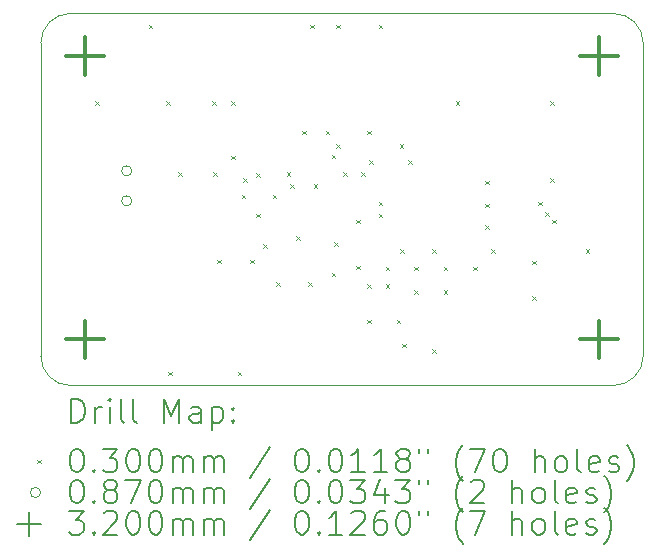
<source format=gbr>
%TF.GenerationSoftware,KiCad,Pcbnew,8.0.6*%
%TF.CreationDate,2025-01-26T18:36:17-05:00*%
%TF.ProjectId,Mic_Board_Omni_NEW,4d69635f-426f-4617-9264-5f4f6d6e695f,rev?*%
%TF.SameCoordinates,Original*%
%TF.FileFunction,Drillmap*%
%TF.FilePolarity,Positive*%
%FSLAX45Y45*%
G04 Gerber Fmt 4.5, Leading zero omitted, Abs format (unit mm)*
G04 Created by KiCad (PCBNEW 8.0.6) date 2025-01-26 18:36:17*
%MOMM*%
%LPD*%
G01*
G04 APERTURE LIST*
%ADD10C,0.050000*%
%ADD11C,0.200000*%
%ADD12C,0.100000*%
%ADD13C,0.320000*%
G04 APERTURE END LIST*
D10*
X17923050Y-9490000D02*
X17923050Y-6840000D01*
X17923050Y-9490000D02*
G75*
G02*
X17673050Y-9740000I-250000J0D01*
G01*
X13073050Y-9740000D02*
X17673050Y-9740000D01*
X13073050Y-9740000D02*
G75*
G02*
X12823050Y-9490000I0J250000D01*
G01*
X17673050Y-6590000D02*
G75*
G02*
X17923050Y-6840000I0J-250000D01*
G01*
X12823050Y-6840000D02*
G75*
G02*
X13073050Y-6590000I250000J0D01*
G01*
X17673050Y-6590000D02*
X13073050Y-6590000D01*
X12823050Y-6840000D02*
X12823050Y-9490000D01*
D11*
D12*
X13285000Y-7335000D02*
X13315000Y-7365000D01*
X13315000Y-7335000D02*
X13285000Y-7365000D01*
X13735000Y-6685000D02*
X13765000Y-6715000D01*
X13765000Y-6685000D02*
X13735000Y-6715000D01*
X13885000Y-7335000D02*
X13915000Y-7365000D01*
X13915000Y-7335000D02*
X13885000Y-7365000D01*
X13903050Y-9625000D02*
X13933050Y-9655000D01*
X13933050Y-9625000D02*
X13903050Y-9655000D01*
X13985000Y-7935000D02*
X14015000Y-7965000D01*
X14015000Y-7935000D02*
X13985000Y-7965000D01*
X14275000Y-7335000D02*
X14305000Y-7365000D01*
X14305000Y-7335000D02*
X14275000Y-7365000D01*
X14285000Y-7935000D02*
X14315000Y-7965000D01*
X14315000Y-7935000D02*
X14285000Y-7965000D01*
X14315000Y-8675000D02*
X14345000Y-8705000D01*
X14345000Y-8675000D02*
X14315000Y-8705000D01*
X14435000Y-7335000D02*
X14465000Y-7365000D01*
X14465000Y-7335000D02*
X14435000Y-7365000D01*
X14435000Y-7795000D02*
X14465000Y-7825000D01*
X14465000Y-7795000D02*
X14435000Y-7825000D01*
X14490550Y-9625000D02*
X14520550Y-9655000D01*
X14520550Y-9625000D02*
X14490550Y-9655000D01*
X14525000Y-8125000D02*
X14555000Y-8155000D01*
X14555000Y-8125000D02*
X14525000Y-8155000D01*
X14535000Y-7985000D02*
X14565000Y-8015000D01*
X14565000Y-7985000D02*
X14535000Y-8015000D01*
X14595000Y-8675000D02*
X14625000Y-8705000D01*
X14625000Y-8675000D02*
X14595000Y-8705000D01*
X14645000Y-7945000D02*
X14675000Y-7975000D01*
X14675000Y-7945000D02*
X14645000Y-7975000D01*
X14645000Y-8285000D02*
X14675000Y-8315000D01*
X14675000Y-8285000D02*
X14645000Y-8315000D01*
X14705000Y-8545000D02*
X14735000Y-8575000D01*
X14735000Y-8545000D02*
X14705000Y-8575000D01*
X14785000Y-8125000D02*
X14815000Y-8155000D01*
X14815000Y-8125000D02*
X14785000Y-8155000D01*
X14815000Y-8865000D02*
X14845000Y-8895000D01*
X14845000Y-8865000D02*
X14815000Y-8895000D01*
X14905000Y-7935000D02*
X14935000Y-7965000D01*
X14935000Y-7935000D02*
X14905000Y-7965000D01*
X14935000Y-8035000D02*
X14965000Y-8065000D01*
X14965000Y-8035000D02*
X14935000Y-8065000D01*
X14985000Y-8475000D02*
X15015000Y-8505000D01*
X15015000Y-8475000D02*
X14985000Y-8505000D01*
X15035000Y-7585000D02*
X15065000Y-7615000D01*
X15065000Y-7585000D02*
X15035000Y-7615000D01*
X15085000Y-8865000D02*
X15115000Y-8895000D01*
X15115000Y-8865000D02*
X15085000Y-8895000D01*
X15105000Y-6685000D02*
X15135000Y-6715000D01*
X15135000Y-6685000D02*
X15105000Y-6715000D01*
X15135000Y-8035000D02*
X15165000Y-8065000D01*
X15165000Y-8035000D02*
X15135000Y-8065000D01*
X15235000Y-7585000D02*
X15265000Y-7615000D01*
X15265000Y-7585000D02*
X15235000Y-7615000D01*
X15285000Y-7785000D02*
X15315000Y-7815000D01*
X15315000Y-7785000D02*
X15285000Y-7815000D01*
X15285000Y-8785000D02*
X15315000Y-8815000D01*
X15315000Y-8785000D02*
X15285000Y-8815000D01*
X15308050Y-8528050D02*
X15338050Y-8558050D01*
X15338050Y-8528050D02*
X15308050Y-8558050D01*
X15325000Y-6685000D02*
X15355000Y-6715000D01*
X15355000Y-6685000D02*
X15325000Y-6715000D01*
X15325000Y-7697225D02*
X15355000Y-7727225D01*
X15355000Y-7697225D02*
X15325000Y-7727225D01*
X15385000Y-7935000D02*
X15415000Y-7965000D01*
X15415000Y-7935000D02*
X15385000Y-7965000D01*
X15495000Y-8335000D02*
X15525000Y-8365000D01*
X15525000Y-8335000D02*
X15495000Y-8365000D01*
X15495000Y-8725000D02*
X15525000Y-8755000D01*
X15525000Y-8725000D02*
X15495000Y-8755000D01*
X15535000Y-7935000D02*
X15565000Y-7965000D01*
X15565000Y-7935000D02*
X15535000Y-7965000D01*
X15585000Y-7585000D02*
X15615000Y-7615000D01*
X15615000Y-7585000D02*
X15585000Y-7615000D01*
X15585000Y-8885000D02*
X15615000Y-8915000D01*
X15615000Y-8885000D02*
X15585000Y-8915000D01*
X15585000Y-9185000D02*
X15615000Y-9215000D01*
X15615000Y-9185000D02*
X15585000Y-9215000D01*
X15605000Y-7835000D02*
X15635000Y-7865000D01*
X15635000Y-7835000D02*
X15605000Y-7865000D01*
X15685000Y-6685000D02*
X15715000Y-6715000D01*
X15715000Y-6685000D02*
X15685000Y-6715000D01*
X15685000Y-8185000D02*
X15715000Y-8215000D01*
X15715000Y-8185000D02*
X15685000Y-8215000D01*
X15685000Y-8285000D02*
X15715000Y-8315000D01*
X15715000Y-8285000D02*
X15685000Y-8315000D01*
X15745000Y-8735000D02*
X15775000Y-8765000D01*
X15775000Y-8735000D02*
X15745000Y-8765000D01*
X15745000Y-8885000D02*
X15775000Y-8915000D01*
X15775000Y-8885000D02*
X15745000Y-8915000D01*
X15835000Y-9185000D02*
X15865000Y-9215000D01*
X15865000Y-9185000D02*
X15835000Y-9215000D01*
X15862775Y-7697225D02*
X15892775Y-7727225D01*
X15892775Y-7697225D02*
X15862775Y-7727225D01*
X15865000Y-8585000D02*
X15895000Y-8615000D01*
X15895000Y-8585000D02*
X15865000Y-8615000D01*
X15885000Y-9385000D02*
X15915000Y-9415000D01*
X15915000Y-9385000D02*
X15885000Y-9415000D01*
X15935000Y-7835000D02*
X15965000Y-7865000D01*
X15965000Y-7835000D02*
X15935000Y-7865000D01*
X15985000Y-8735000D02*
X16015000Y-8765000D01*
X16015000Y-8735000D02*
X15985000Y-8765000D01*
X15985000Y-8935000D02*
X16015000Y-8965000D01*
X16015000Y-8935000D02*
X15985000Y-8965000D01*
X16135000Y-8585000D02*
X16165000Y-8615000D01*
X16165000Y-8585000D02*
X16135000Y-8615000D01*
X16135000Y-9435000D02*
X16165000Y-9465000D01*
X16165000Y-9435000D02*
X16135000Y-9465000D01*
X16235000Y-8735000D02*
X16265000Y-8765000D01*
X16265000Y-8735000D02*
X16235000Y-8765000D01*
X16235000Y-8935000D02*
X16265000Y-8965000D01*
X16265000Y-8935000D02*
X16235000Y-8965000D01*
X16335000Y-7335000D02*
X16365000Y-7365000D01*
X16365000Y-7335000D02*
X16335000Y-7365000D01*
X16485000Y-8735000D02*
X16515000Y-8765000D01*
X16515000Y-8735000D02*
X16485000Y-8765000D01*
X16585000Y-8007500D02*
X16615000Y-8037500D01*
X16615000Y-8007500D02*
X16585000Y-8037500D01*
X16585000Y-8202500D02*
X16615000Y-8232500D01*
X16615000Y-8202500D02*
X16585000Y-8232500D01*
X16585000Y-8385000D02*
X16615000Y-8415000D01*
X16615000Y-8385000D02*
X16585000Y-8415000D01*
X16635000Y-8585000D02*
X16665000Y-8615000D01*
X16665000Y-8585000D02*
X16635000Y-8615000D01*
X16985000Y-8685000D02*
X17015000Y-8715000D01*
X17015000Y-8685000D02*
X16985000Y-8715000D01*
X16985000Y-8985000D02*
X17015000Y-9015000D01*
X17015000Y-8985000D02*
X16985000Y-9015000D01*
X17035000Y-8185000D02*
X17065000Y-8215000D01*
X17065000Y-8185000D02*
X17035000Y-8215000D01*
X17095000Y-8275073D02*
X17125000Y-8305073D01*
X17125000Y-8275073D02*
X17095000Y-8305073D01*
X17135000Y-7335000D02*
X17165000Y-7365000D01*
X17165000Y-7335000D02*
X17135000Y-7365000D01*
X17135000Y-7985000D02*
X17165000Y-8015000D01*
X17165000Y-7985000D02*
X17135000Y-8015000D01*
X17154926Y-8335073D02*
X17184926Y-8365073D01*
X17184926Y-8335073D02*
X17154926Y-8365073D01*
X17435000Y-8585000D02*
X17465000Y-8615000D01*
X17465000Y-8585000D02*
X17435000Y-8615000D01*
X13593500Y-7923000D02*
G75*
G02*
X13506500Y-7923000I-43500J0D01*
G01*
X13506500Y-7923000D02*
G75*
G02*
X13593500Y-7923000I43500J0D01*
G01*
X13593500Y-8177000D02*
G75*
G02*
X13506500Y-8177000I-43500J0D01*
G01*
X13506500Y-8177000D02*
G75*
G02*
X13593500Y-8177000I43500J0D01*
G01*
D13*
X13200000Y-6790000D02*
X13200000Y-7110000D01*
X13040000Y-6950000D02*
X13360000Y-6950000D01*
X13200000Y-6790000D02*
X13200000Y-7110000D01*
X13040000Y-6950000D02*
X13360000Y-6950000D01*
X13200000Y-9190000D02*
X13200000Y-9510000D01*
X13040000Y-9350000D02*
X13360000Y-9350000D01*
X13200000Y-9190000D02*
X13200000Y-9510000D01*
X13040000Y-9350000D02*
X13360000Y-9350000D01*
X17550000Y-6790000D02*
X17550000Y-7110000D01*
X17390000Y-6950000D02*
X17710000Y-6950000D01*
X17550000Y-9190000D02*
X17550000Y-9510000D01*
X17390000Y-9350000D02*
X17710000Y-9350000D01*
X17550000Y-9190000D02*
X17550000Y-9510000D01*
X17390000Y-9350000D02*
X17710000Y-9350000D01*
D11*
X13081327Y-10053984D02*
X13081327Y-9853984D01*
X13081327Y-9853984D02*
X13128946Y-9853984D01*
X13128946Y-9853984D02*
X13157517Y-9863508D01*
X13157517Y-9863508D02*
X13176565Y-9882555D01*
X13176565Y-9882555D02*
X13186089Y-9901603D01*
X13186089Y-9901603D02*
X13195612Y-9939698D01*
X13195612Y-9939698D02*
X13195612Y-9968270D01*
X13195612Y-9968270D02*
X13186089Y-10006365D01*
X13186089Y-10006365D02*
X13176565Y-10025413D01*
X13176565Y-10025413D02*
X13157517Y-10044460D01*
X13157517Y-10044460D02*
X13128946Y-10053984D01*
X13128946Y-10053984D02*
X13081327Y-10053984D01*
X13281327Y-10053984D02*
X13281327Y-9920651D01*
X13281327Y-9958746D02*
X13290851Y-9939698D01*
X13290851Y-9939698D02*
X13300374Y-9930174D01*
X13300374Y-9930174D02*
X13319422Y-9920651D01*
X13319422Y-9920651D02*
X13338470Y-9920651D01*
X13405136Y-10053984D02*
X13405136Y-9920651D01*
X13405136Y-9853984D02*
X13395612Y-9863508D01*
X13395612Y-9863508D02*
X13405136Y-9873032D01*
X13405136Y-9873032D02*
X13414660Y-9863508D01*
X13414660Y-9863508D02*
X13405136Y-9853984D01*
X13405136Y-9853984D02*
X13405136Y-9873032D01*
X13528946Y-10053984D02*
X13509898Y-10044460D01*
X13509898Y-10044460D02*
X13500374Y-10025413D01*
X13500374Y-10025413D02*
X13500374Y-9853984D01*
X13633708Y-10053984D02*
X13614660Y-10044460D01*
X13614660Y-10044460D02*
X13605136Y-10025413D01*
X13605136Y-10025413D02*
X13605136Y-9853984D01*
X13862279Y-10053984D02*
X13862279Y-9853984D01*
X13862279Y-9853984D02*
X13928946Y-9996841D01*
X13928946Y-9996841D02*
X13995612Y-9853984D01*
X13995612Y-9853984D02*
X13995612Y-10053984D01*
X14176565Y-10053984D02*
X14176565Y-9949222D01*
X14176565Y-9949222D02*
X14167041Y-9930174D01*
X14167041Y-9930174D02*
X14147993Y-9920651D01*
X14147993Y-9920651D02*
X14109898Y-9920651D01*
X14109898Y-9920651D02*
X14090851Y-9930174D01*
X14176565Y-10044460D02*
X14157517Y-10053984D01*
X14157517Y-10053984D02*
X14109898Y-10053984D01*
X14109898Y-10053984D02*
X14090851Y-10044460D01*
X14090851Y-10044460D02*
X14081327Y-10025413D01*
X14081327Y-10025413D02*
X14081327Y-10006365D01*
X14081327Y-10006365D02*
X14090851Y-9987317D01*
X14090851Y-9987317D02*
X14109898Y-9977794D01*
X14109898Y-9977794D02*
X14157517Y-9977794D01*
X14157517Y-9977794D02*
X14176565Y-9968270D01*
X14271803Y-9920651D02*
X14271803Y-10120651D01*
X14271803Y-9930174D02*
X14290851Y-9920651D01*
X14290851Y-9920651D02*
X14328946Y-9920651D01*
X14328946Y-9920651D02*
X14347993Y-9930174D01*
X14347993Y-9930174D02*
X14357517Y-9939698D01*
X14357517Y-9939698D02*
X14367041Y-9958746D01*
X14367041Y-9958746D02*
X14367041Y-10015889D01*
X14367041Y-10015889D02*
X14357517Y-10034936D01*
X14357517Y-10034936D02*
X14347993Y-10044460D01*
X14347993Y-10044460D02*
X14328946Y-10053984D01*
X14328946Y-10053984D02*
X14290851Y-10053984D01*
X14290851Y-10053984D02*
X14271803Y-10044460D01*
X14452755Y-10034936D02*
X14462279Y-10044460D01*
X14462279Y-10044460D02*
X14452755Y-10053984D01*
X14452755Y-10053984D02*
X14443232Y-10044460D01*
X14443232Y-10044460D02*
X14452755Y-10034936D01*
X14452755Y-10034936D02*
X14452755Y-10053984D01*
X14452755Y-9930174D02*
X14462279Y-9939698D01*
X14462279Y-9939698D02*
X14452755Y-9949222D01*
X14452755Y-9949222D02*
X14443232Y-9939698D01*
X14443232Y-9939698D02*
X14452755Y-9930174D01*
X14452755Y-9930174D02*
X14452755Y-9949222D01*
D12*
X12790550Y-10367500D02*
X12820550Y-10397500D01*
X12820550Y-10367500D02*
X12790550Y-10397500D01*
D11*
X13119422Y-10273984D02*
X13138470Y-10273984D01*
X13138470Y-10273984D02*
X13157517Y-10283508D01*
X13157517Y-10283508D02*
X13167041Y-10293032D01*
X13167041Y-10293032D02*
X13176565Y-10312079D01*
X13176565Y-10312079D02*
X13186089Y-10350174D01*
X13186089Y-10350174D02*
X13186089Y-10397794D01*
X13186089Y-10397794D02*
X13176565Y-10435889D01*
X13176565Y-10435889D02*
X13167041Y-10454936D01*
X13167041Y-10454936D02*
X13157517Y-10464460D01*
X13157517Y-10464460D02*
X13138470Y-10473984D01*
X13138470Y-10473984D02*
X13119422Y-10473984D01*
X13119422Y-10473984D02*
X13100374Y-10464460D01*
X13100374Y-10464460D02*
X13090851Y-10454936D01*
X13090851Y-10454936D02*
X13081327Y-10435889D01*
X13081327Y-10435889D02*
X13071803Y-10397794D01*
X13071803Y-10397794D02*
X13071803Y-10350174D01*
X13071803Y-10350174D02*
X13081327Y-10312079D01*
X13081327Y-10312079D02*
X13090851Y-10293032D01*
X13090851Y-10293032D02*
X13100374Y-10283508D01*
X13100374Y-10283508D02*
X13119422Y-10273984D01*
X13271803Y-10454936D02*
X13281327Y-10464460D01*
X13281327Y-10464460D02*
X13271803Y-10473984D01*
X13271803Y-10473984D02*
X13262279Y-10464460D01*
X13262279Y-10464460D02*
X13271803Y-10454936D01*
X13271803Y-10454936D02*
X13271803Y-10473984D01*
X13347993Y-10273984D02*
X13471803Y-10273984D01*
X13471803Y-10273984D02*
X13405136Y-10350174D01*
X13405136Y-10350174D02*
X13433708Y-10350174D01*
X13433708Y-10350174D02*
X13452755Y-10359698D01*
X13452755Y-10359698D02*
X13462279Y-10369222D01*
X13462279Y-10369222D02*
X13471803Y-10388270D01*
X13471803Y-10388270D02*
X13471803Y-10435889D01*
X13471803Y-10435889D02*
X13462279Y-10454936D01*
X13462279Y-10454936D02*
X13452755Y-10464460D01*
X13452755Y-10464460D02*
X13433708Y-10473984D01*
X13433708Y-10473984D02*
X13376565Y-10473984D01*
X13376565Y-10473984D02*
X13357517Y-10464460D01*
X13357517Y-10464460D02*
X13347993Y-10454936D01*
X13595612Y-10273984D02*
X13614660Y-10273984D01*
X13614660Y-10273984D02*
X13633708Y-10283508D01*
X13633708Y-10283508D02*
X13643232Y-10293032D01*
X13643232Y-10293032D02*
X13652755Y-10312079D01*
X13652755Y-10312079D02*
X13662279Y-10350174D01*
X13662279Y-10350174D02*
X13662279Y-10397794D01*
X13662279Y-10397794D02*
X13652755Y-10435889D01*
X13652755Y-10435889D02*
X13643232Y-10454936D01*
X13643232Y-10454936D02*
X13633708Y-10464460D01*
X13633708Y-10464460D02*
X13614660Y-10473984D01*
X13614660Y-10473984D02*
X13595612Y-10473984D01*
X13595612Y-10473984D02*
X13576565Y-10464460D01*
X13576565Y-10464460D02*
X13567041Y-10454936D01*
X13567041Y-10454936D02*
X13557517Y-10435889D01*
X13557517Y-10435889D02*
X13547993Y-10397794D01*
X13547993Y-10397794D02*
X13547993Y-10350174D01*
X13547993Y-10350174D02*
X13557517Y-10312079D01*
X13557517Y-10312079D02*
X13567041Y-10293032D01*
X13567041Y-10293032D02*
X13576565Y-10283508D01*
X13576565Y-10283508D02*
X13595612Y-10273984D01*
X13786089Y-10273984D02*
X13805136Y-10273984D01*
X13805136Y-10273984D02*
X13824184Y-10283508D01*
X13824184Y-10283508D02*
X13833708Y-10293032D01*
X13833708Y-10293032D02*
X13843232Y-10312079D01*
X13843232Y-10312079D02*
X13852755Y-10350174D01*
X13852755Y-10350174D02*
X13852755Y-10397794D01*
X13852755Y-10397794D02*
X13843232Y-10435889D01*
X13843232Y-10435889D02*
X13833708Y-10454936D01*
X13833708Y-10454936D02*
X13824184Y-10464460D01*
X13824184Y-10464460D02*
X13805136Y-10473984D01*
X13805136Y-10473984D02*
X13786089Y-10473984D01*
X13786089Y-10473984D02*
X13767041Y-10464460D01*
X13767041Y-10464460D02*
X13757517Y-10454936D01*
X13757517Y-10454936D02*
X13747993Y-10435889D01*
X13747993Y-10435889D02*
X13738470Y-10397794D01*
X13738470Y-10397794D02*
X13738470Y-10350174D01*
X13738470Y-10350174D02*
X13747993Y-10312079D01*
X13747993Y-10312079D02*
X13757517Y-10293032D01*
X13757517Y-10293032D02*
X13767041Y-10283508D01*
X13767041Y-10283508D02*
X13786089Y-10273984D01*
X13938470Y-10473984D02*
X13938470Y-10340651D01*
X13938470Y-10359698D02*
X13947993Y-10350174D01*
X13947993Y-10350174D02*
X13967041Y-10340651D01*
X13967041Y-10340651D02*
X13995613Y-10340651D01*
X13995613Y-10340651D02*
X14014660Y-10350174D01*
X14014660Y-10350174D02*
X14024184Y-10369222D01*
X14024184Y-10369222D02*
X14024184Y-10473984D01*
X14024184Y-10369222D02*
X14033708Y-10350174D01*
X14033708Y-10350174D02*
X14052755Y-10340651D01*
X14052755Y-10340651D02*
X14081327Y-10340651D01*
X14081327Y-10340651D02*
X14100374Y-10350174D01*
X14100374Y-10350174D02*
X14109898Y-10369222D01*
X14109898Y-10369222D02*
X14109898Y-10473984D01*
X14205136Y-10473984D02*
X14205136Y-10340651D01*
X14205136Y-10359698D02*
X14214660Y-10350174D01*
X14214660Y-10350174D02*
X14233708Y-10340651D01*
X14233708Y-10340651D02*
X14262279Y-10340651D01*
X14262279Y-10340651D02*
X14281327Y-10350174D01*
X14281327Y-10350174D02*
X14290851Y-10369222D01*
X14290851Y-10369222D02*
X14290851Y-10473984D01*
X14290851Y-10369222D02*
X14300374Y-10350174D01*
X14300374Y-10350174D02*
X14319422Y-10340651D01*
X14319422Y-10340651D02*
X14347993Y-10340651D01*
X14347993Y-10340651D02*
X14367041Y-10350174D01*
X14367041Y-10350174D02*
X14376565Y-10369222D01*
X14376565Y-10369222D02*
X14376565Y-10473984D01*
X14767041Y-10264460D02*
X14595613Y-10521603D01*
X15024184Y-10273984D02*
X15043232Y-10273984D01*
X15043232Y-10273984D02*
X15062279Y-10283508D01*
X15062279Y-10283508D02*
X15071803Y-10293032D01*
X15071803Y-10293032D02*
X15081327Y-10312079D01*
X15081327Y-10312079D02*
X15090851Y-10350174D01*
X15090851Y-10350174D02*
X15090851Y-10397794D01*
X15090851Y-10397794D02*
X15081327Y-10435889D01*
X15081327Y-10435889D02*
X15071803Y-10454936D01*
X15071803Y-10454936D02*
X15062279Y-10464460D01*
X15062279Y-10464460D02*
X15043232Y-10473984D01*
X15043232Y-10473984D02*
X15024184Y-10473984D01*
X15024184Y-10473984D02*
X15005136Y-10464460D01*
X15005136Y-10464460D02*
X14995613Y-10454936D01*
X14995613Y-10454936D02*
X14986089Y-10435889D01*
X14986089Y-10435889D02*
X14976565Y-10397794D01*
X14976565Y-10397794D02*
X14976565Y-10350174D01*
X14976565Y-10350174D02*
X14986089Y-10312079D01*
X14986089Y-10312079D02*
X14995613Y-10293032D01*
X14995613Y-10293032D02*
X15005136Y-10283508D01*
X15005136Y-10283508D02*
X15024184Y-10273984D01*
X15176565Y-10454936D02*
X15186089Y-10464460D01*
X15186089Y-10464460D02*
X15176565Y-10473984D01*
X15176565Y-10473984D02*
X15167041Y-10464460D01*
X15167041Y-10464460D02*
X15176565Y-10454936D01*
X15176565Y-10454936D02*
X15176565Y-10473984D01*
X15309898Y-10273984D02*
X15328946Y-10273984D01*
X15328946Y-10273984D02*
X15347994Y-10283508D01*
X15347994Y-10283508D02*
X15357517Y-10293032D01*
X15357517Y-10293032D02*
X15367041Y-10312079D01*
X15367041Y-10312079D02*
X15376565Y-10350174D01*
X15376565Y-10350174D02*
X15376565Y-10397794D01*
X15376565Y-10397794D02*
X15367041Y-10435889D01*
X15367041Y-10435889D02*
X15357517Y-10454936D01*
X15357517Y-10454936D02*
X15347994Y-10464460D01*
X15347994Y-10464460D02*
X15328946Y-10473984D01*
X15328946Y-10473984D02*
X15309898Y-10473984D01*
X15309898Y-10473984D02*
X15290851Y-10464460D01*
X15290851Y-10464460D02*
X15281327Y-10454936D01*
X15281327Y-10454936D02*
X15271803Y-10435889D01*
X15271803Y-10435889D02*
X15262279Y-10397794D01*
X15262279Y-10397794D02*
X15262279Y-10350174D01*
X15262279Y-10350174D02*
X15271803Y-10312079D01*
X15271803Y-10312079D02*
X15281327Y-10293032D01*
X15281327Y-10293032D02*
X15290851Y-10283508D01*
X15290851Y-10283508D02*
X15309898Y-10273984D01*
X15567041Y-10473984D02*
X15452756Y-10473984D01*
X15509898Y-10473984D02*
X15509898Y-10273984D01*
X15509898Y-10273984D02*
X15490851Y-10302555D01*
X15490851Y-10302555D02*
X15471803Y-10321603D01*
X15471803Y-10321603D02*
X15452756Y-10331127D01*
X15757517Y-10473984D02*
X15643232Y-10473984D01*
X15700375Y-10473984D02*
X15700375Y-10273984D01*
X15700375Y-10273984D02*
X15681327Y-10302555D01*
X15681327Y-10302555D02*
X15662279Y-10321603D01*
X15662279Y-10321603D02*
X15643232Y-10331127D01*
X15871803Y-10359698D02*
X15852756Y-10350174D01*
X15852756Y-10350174D02*
X15843232Y-10340651D01*
X15843232Y-10340651D02*
X15833708Y-10321603D01*
X15833708Y-10321603D02*
X15833708Y-10312079D01*
X15833708Y-10312079D02*
X15843232Y-10293032D01*
X15843232Y-10293032D02*
X15852756Y-10283508D01*
X15852756Y-10283508D02*
X15871803Y-10273984D01*
X15871803Y-10273984D02*
X15909898Y-10273984D01*
X15909898Y-10273984D02*
X15928946Y-10283508D01*
X15928946Y-10283508D02*
X15938470Y-10293032D01*
X15938470Y-10293032D02*
X15947994Y-10312079D01*
X15947994Y-10312079D02*
X15947994Y-10321603D01*
X15947994Y-10321603D02*
X15938470Y-10340651D01*
X15938470Y-10340651D02*
X15928946Y-10350174D01*
X15928946Y-10350174D02*
X15909898Y-10359698D01*
X15909898Y-10359698D02*
X15871803Y-10359698D01*
X15871803Y-10359698D02*
X15852756Y-10369222D01*
X15852756Y-10369222D02*
X15843232Y-10378746D01*
X15843232Y-10378746D02*
X15833708Y-10397794D01*
X15833708Y-10397794D02*
X15833708Y-10435889D01*
X15833708Y-10435889D02*
X15843232Y-10454936D01*
X15843232Y-10454936D02*
X15852756Y-10464460D01*
X15852756Y-10464460D02*
X15871803Y-10473984D01*
X15871803Y-10473984D02*
X15909898Y-10473984D01*
X15909898Y-10473984D02*
X15928946Y-10464460D01*
X15928946Y-10464460D02*
X15938470Y-10454936D01*
X15938470Y-10454936D02*
X15947994Y-10435889D01*
X15947994Y-10435889D02*
X15947994Y-10397794D01*
X15947994Y-10397794D02*
X15938470Y-10378746D01*
X15938470Y-10378746D02*
X15928946Y-10369222D01*
X15928946Y-10369222D02*
X15909898Y-10359698D01*
X16024184Y-10273984D02*
X16024184Y-10312079D01*
X16100375Y-10273984D02*
X16100375Y-10312079D01*
X16395613Y-10550174D02*
X16386089Y-10540651D01*
X16386089Y-10540651D02*
X16367041Y-10512079D01*
X16367041Y-10512079D02*
X16357518Y-10493032D01*
X16357518Y-10493032D02*
X16347994Y-10464460D01*
X16347994Y-10464460D02*
X16338470Y-10416841D01*
X16338470Y-10416841D02*
X16338470Y-10378746D01*
X16338470Y-10378746D02*
X16347994Y-10331127D01*
X16347994Y-10331127D02*
X16357518Y-10302555D01*
X16357518Y-10302555D02*
X16367041Y-10283508D01*
X16367041Y-10283508D02*
X16386089Y-10254936D01*
X16386089Y-10254936D02*
X16395613Y-10245413D01*
X16452756Y-10273984D02*
X16586089Y-10273984D01*
X16586089Y-10273984D02*
X16500375Y-10473984D01*
X16700375Y-10273984D02*
X16719422Y-10273984D01*
X16719422Y-10273984D02*
X16738470Y-10283508D01*
X16738470Y-10283508D02*
X16747994Y-10293032D01*
X16747994Y-10293032D02*
X16757518Y-10312079D01*
X16757518Y-10312079D02*
X16767041Y-10350174D01*
X16767041Y-10350174D02*
X16767041Y-10397794D01*
X16767041Y-10397794D02*
X16757518Y-10435889D01*
X16757518Y-10435889D02*
X16747994Y-10454936D01*
X16747994Y-10454936D02*
X16738470Y-10464460D01*
X16738470Y-10464460D02*
X16719422Y-10473984D01*
X16719422Y-10473984D02*
X16700375Y-10473984D01*
X16700375Y-10473984D02*
X16681327Y-10464460D01*
X16681327Y-10464460D02*
X16671803Y-10454936D01*
X16671803Y-10454936D02*
X16662279Y-10435889D01*
X16662279Y-10435889D02*
X16652756Y-10397794D01*
X16652756Y-10397794D02*
X16652756Y-10350174D01*
X16652756Y-10350174D02*
X16662279Y-10312079D01*
X16662279Y-10312079D02*
X16671803Y-10293032D01*
X16671803Y-10293032D02*
X16681327Y-10283508D01*
X16681327Y-10283508D02*
X16700375Y-10273984D01*
X17005137Y-10473984D02*
X17005137Y-10273984D01*
X17090851Y-10473984D02*
X17090851Y-10369222D01*
X17090851Y-10369222D02*
X17081327Y-10350174D01*
X17081327Y-10350174D02*
X17062280Y-10340651D01*
X17062280Y-10340651D02*
X17033708Y-10340651D01*
X17033708Y-10340651D02*
X17014661Y-10350174D01*
X17014661Y-10350174D02*
X17005137Y-10359698D01*
X17214661Y-10473984D02*
X17195613Y-10464460D01*
X17195613Y-10464460D02*
X17186089Y-10454936D01*
X17186089Y-10454936D02*
X17176565Y-10435889D01*
X17176565Y-10435889D02*
X17176565Y-10378746D01*
X17176565Y-10378746D02*
X17186089Y-10359698D01*
X17186089Y-10359698D02*
X17195613Y-10350174D01*
X17195613Y-10350174D02*
X17214661Y-10340651D01*
X17214661Y-10340651D02*
X17243232Y-10340651D01*
X17243232Y-10340651D02*
X17262280Y-10350174D01*
X17262280Y-10350174D02*
X17271803Y-10359698D01*
X17271803Y-10359698D02*
X17281327Y-10378746D01*
X17281327Y-10378746D02*
X17281327Y-10435889D01*
X17281327Y-10435889D02*
X17271803Y-10454936D01*
X17271803Y-10454936D02*
X17262280Y-10464460D01*
X17262280Y-10464460D02*
X17243232Y-10473984D01*
X17243232Y-10473984D02*
X17214661Y-10473984D01*
X17395613Y-10473984D02*
X17376565Y-10464460D01*
X17376565Y-10464460D02*
X17367042Y-10445413D01*
X17367042Y-10445413D02*
X17367042Y-10273984D01*
X17547994Y-10464460D02*
X17528946Y-10473984D01*
X17528946Y-10473984D02*
X17490851Y-10473984D01*
X17490851Y-10473984D02*
X17471803Y-10464460D01*
X17471803Y-10464460D02*
X17462280Y-10445413D01*
X17462280Y-10445413D02*
X17462280Y-10369222D01*
X17462280Y-10369222D02*
X17471803Y-10350174D01*
X17471803Y-10350174D02*
X17490851Y-10340651D01*
X17490851Y-10340651D02*
X17528946Y-10340651D01*
X17528946Y-10340651D02*
X17547994Y-10350174D01*
X17547994Y-10350174D02*
X17557518Y-10369222D01*
X17557518Y-10369222D02*
X17557518Y-10388270D01*
X17557518Y-10388270D02*
X17462280Y-10407317D01*
X17633708Y-10464460D02*
X17652756Y-10473984D01*
X17652756Y-10473984D02*
X17690851Y-10473984D01*
X17690851Y-10473984D02*
X17709899Y-10464460D01*
X17709899Y-10464460D02*
X17719423Y-10445413D01*
X17719423Y-10445413D02*
X17719423Y-10435889D01*
X17719423Y-10435889D02*
X17709899Y-10416841D01*
X17709899Y-10416841D02*
X17690851Y-10407317D01*
X17690851Y-10407317D02*
X17662280Y-10407317D01*
X17662280Y-10407317D02*
X17643232Y-10397794D01*
X17643232Y-10397794D02*
X17633708Y-10378746D01*
X17633708Y-10378746D02*
X17633708Y-10369222D01*
X17633708Y-10369222D02*
X17643232Y-10350174D01*
X17643232Y-10350174D02*
X17662280Y-10340651D01*
X17662280Y-10340651D02*
X17690851Y-10340651D01*
X17690851Y-10340651D02*
X17709899Y-10350174D01*
X17786089Y-10550174D02*
X17795613Y-10540651D01*
X17795613Y-10540651D02*
X17814661Y-10512079D01*
X17814661Y-10512079D02*
X17824184Y-10493032D01*
X17824184Y-10493032D02*
X17833708Y-10464460D01*
X17833708Y-10464460D02*
X17843232Y-10416841D01*
X17843232Y-10416841D02*
X17843232Y-10378746D01*
X17843232Y-10378746D02*
X17833708Y-10331127D01*
X17833708Y-10331127D02*
X17824184Y-10302555D01*
X17824184Y-10302555D02*
X17814661Y-10283508D01*
X17814661Y-10283508D02*
X17795613Y-10254936D01*
X17795613Y-10254936D02*
X17786089Y-10245413D01*
D12*
X12820550Y-10646500D02*
G75*
G02*
X12733550Y-10646500I-43500J0D01*
G01*
X12733550Y-10646500D02*
G75*
G02*
X12820550Y-10646500I43500J0D01*
G01*
D11*
X13119422Y-10537984D02*
X13138470Y-10537984D01*
X13138470Y-10537984D02*
X13157517Y-10547508D01*
X13157517Y-10547508D02*
X13167041Y-10557032D01*
X13167041Y-10557032D02*
X13176565Y-10576079D01*
X13176565Y-10576079D02*
X13186089Y-10614174D01*
X13186089Y-10614174D02*
X13186089Y-10661794D01*
X13186089Y-10661794D02*
X13176565Y-10699889D01*
X13176565Y-10699889D02*
X13167041Y-10718936D01*
X13167041Y-10718936D02*
X13157517Y-10728460D01*
X13157517Y-10728460D02*
X13138470Y-10737984D01*
X13138470Y-10737984D02*
X13119422Y-10737984D01*
X13119422Y-10737984D02*
X13100374Y-10728460D01*
X13100374Y-10728460D02*
X13090851Y-10718936D01*
X13090851Y-10718936D02*
X13081327Y-10699889D01*
X13081327Y-10699889D02*
X13071803Y-10661794D01*
X13071803Y-10661794D02*
X13071803Y-10614174D01*
X13071803Y-10614174D02*
X13081327Y-10576079D01*
X13081327Y-10576079D02*
X13090851Y-10557032D01*
X13090851Y-10557032D02*
X13100374Y-10547508D01*
X13100374Y-10547508D02*
X13119422Y-10537984D01*
X13271803Y-10718936D02*
X13281327Y-10728460D01*
X13281327Y-10728460D02*
X13271803Y-10737984D01*
X13271803Y-10737984D02*
X13262279Y-10728460D01*
X13262279Y-10728460D02*
X13271803Y-10718936D01*
X13271803Y-10718936D02*
X13271803Y-10737984D01*
X13395612Y-10623698D02*
X13376565Y-10614174D01*
X13376565Y-10614174D02*
X13367041Y-10604651D01*
X13367041Y-10604651D02*
X13357517Y-10585603D01*
X13357517Y-10585603D02*
X13357517Y-10576079D01*
X13357517Y-10576079D02*
X13367041Y-10557032D01*
X13367041Y-10557032D02*
X13376565Y-10547508D01*
X13376565Y-10547508D02*
X13395612Y-10537984D01*
X13395612Y-10537984D02*
X13433708Y-10537984D01*
X13433708Y-10537984D02*
X13452755Y-10547508D01*
X13452755Y-10547508D02*
X13462279Y-10557032D01*
X13462279Y-10557032D02*
X13471803Y-10576079D01*
X13471803Y-10576079D02*
X13471803Y-10585603D01*
X13471803Y-10585603D02*
X13462279Y-10604651D01*
X13462279Y-10604651D02*
X13452755Y-10614174D01*
X13452755Y-10614174D02*
X13433708Y-10623698D01*
X13433708Y-10623698D02*
X13395612Y-10623698D01*
X13395612Y-10623698D02*
X13376565Y-10633222D01*
X13376565Y-10633222D02*
X13367041Y-10642746D01*
X13367041Y-10642746D02*
X13357517Y-10661794D01*
X13357517Y-10661794D02*
X13357517Y-10699889D01*
X13357517Y-10699889D02*
X13367041Y-10718936D01*
X13367041Y-10718936D02*
X13376565Y-10728460D01*
X13376565Y-10728460D02*
X13395612Y-10737984D01*
X13395612Y-10737984D02*
X13433708Y-10737984D01*
X13433708Y-10737984D02*
X13452755Y-10728460D01*
X13452755Y-10728460D02*
X13462279Y-10718936D01*
X13462279Y-10718936D02*
X13471803Y-10699889D01*
X13471803Y-10699889D02*
X13471803Y-10661794D01*
X13471803Y-10661794D02*
X13462279Y-10642746D01*
X13462279Y-10642746D02*
X13452755Y-10633222D01*
X13452755Y-10633222D02*
X13433708Y-10623698D01*
X13538470Y-10537984D02*
X13671803Y-10537984D01*
X13671803Y-10537984D02*
X13586089Y-10737984D01*
X13786089Y-10537984D02*
X13805136Y-10537984D01*
X13805136Y-10537984D02*
X13824184Y-10547508D01*
X13824184Y-10547508D02*
X13833708Y-10557032D01*
X13833708Y-10557032D02*
X13843232Y-10576079D01*
X13843232Y-10576079D02*
X13852755Y-10614174D01*
X13852755Y-10614174D02*
X13852755Y-10661794D01*
X13852755Y-10661794D02*
X13843232Y-10699889D01*
X13843232Y-10699889D02*
X13833708Y-10718936D01*
X13833708Y-10718936D02*
X13824184Y-10728460D01*
X13824184Y-10728460D02*
X13805136Y-10737984D01*
X13805136Y-10737984D02*
X13786089Y-10737984D01*
X13786089Y-10737984D02*
X13767041Y-10728460D01*
X13767041Y-10728460D02*
X13757517Y-10718936D01*
X13757517Y-10718936D02*
X13747993Y-10699889D01*
X13747993Y-10699889D02*
X13738470Y-10661794D01*
X13738470Y-10661794D02*
X13738470Y-10614174D01*
X13738470Y-10614174D02*
X13747993Y-10576079D01*
X13747993Y-10576079D02*
X13757517Y-10557032D01*
X13757517Y-10557032D02*
X13767041Y-10547508D01*
X13767041Y-10547508D02*
X13786089Y-10537984D01*
X13938470Y-10737984D02*
X13938470Y-10604651D01*
X13938470Y-10623698D02*
X13947993Y-10614174D01*
X13947993Y-10614174D02*
X13967041Y-10604651D01*
X13967041Y-10604651D02*
X13995613Y-10604651D01*
X13995613Y-10604651D02*
X14014660Y-10614174D01*
X14014660Y-10614174D02*
X14024184Y-10633222D01*
X14024184Y-10633222D02*
X14024184Y-10737984D01*
X14024184Y-10633222D02*
X14033708Y-10614174D01*
X14033708Y-10614174D02*
X14052755Y-10604651D01*
X14052755Y-10604651D02*
X14081327Y-10604651D01*
X14081327Y-10604651D02*
X14100374Y-10614174D01*
X14100374Y-10614174D02*
X14109898Y-10633222D01*
X14109898Y-10633222D02*
X14109898Y-10737984D01*
X14205136Y-10737984D02*
X14205136Y-10604651D01*
X14205136Y-10623698D02*
X14214660Y-10614174D01*
X14214660Y-10614174D02*
X14233708Y-10604651D01*
X14233708Y-10604651D02*
X14262279Y-10604651D01*
X14262279Y-10604651D02*
X14281327Y-10614174D01*
X14281327Y-10614174D02*
X14290851Y-10633222D01*
X14290851Y-10633222D02*
X14290851Y-10737984D01*
X14290851Y-10633222D02*
X14300374Y-10614174D01*
X14300374Y-10614174D02*
X14319422Y-10604651D01*
X14319422Y-10604651D02*
X14347993Y-10604651D01*
X14347993Y-10604651D02*
X14367041Y-10614174D01*
X14367041Y-10614174D02*
X14376565Y-10633222D01*
X14376565Y-10633222D02*
X14376565Y-10737984D01*
X14767041Y-10528460D02*
X14595613Y-10785603D01*
X15024184Y-10537984D02*
X15043232Y-10537984D01*
X15043232Y-10537984D02*
X15062279Y-10547508D01*
X15062279Y-10547508D02*
X15071803Y-10557032D01*
X15071803Y-10557032D02*
X15081327Y-10576079D01*
X15081327Y-10576079D02*
X15090851Y-10614174D01*
X15090851Y-10614174D02*
X15090851Y-10661794D01*
X15090851Y-10661794D02*
X15081327Y-10699889D01*
X15081327Y-10699889D02*
X15071803Y-10718936D01*
X15071803Y-10718936D02*
X15062279Y-10728460D01*
X15062279Y-10728460D02*
X15043232Y-10737984D01*
X15043232Y-10737984D02*
X15024184Y-10737984D01*
X15024184Y-10737984D02*
X15005136Y-10728460D01*
X15005136Y-10728460D02*
X14995613Y-10718936D01*
X14995613Y-10718936D02*
X14986089Y-10699889D01*
X14986089Y-10699889D02*
X14976565Y-10661794D01*
X14976565Y-10661794D02*
X14976565Y-10614174D01*
X14976565Y-10614174D02*
X14986089Y-10576079D01*
X14986089Y-10576079D02*
X14995613Y-10557032D01*
X14995613Y-10557032D02*
X15005136Y-10547508D01*
X15005136Y-10547508D02*
X15024184Y-10537984D01*
X15176565Y-10718936D02*
X15186089Y-10728460D01*
X15186089Y-10728460D02*
X15176565Y-10737984D01*
X15176565Y-10737984D02*
X15167041Y-10728460D01*
X15167041Y-10728460D02*
X15176565Y-10718936D01*
X15176565Y-10718936D02*
X15176565Y-10737984D01*
X15309898Y-10537984D02*
X15328946Y-10537984D01*
X15328946Y-10537984D02*
X15347994Y-10547508D01*
X15347994Y-10547508D02*
X15357517Y-10557032D01*
X15357517Y-10557032D02*
X15367041Y-10576079D01*
X15367041Y-10576079D02*
X15376565Y-10614174D01*
X15376565Y-10614174D02*
X15376565Y-10661794D01*
X15376565Y-10661794D02*
X15367041Y-10699889D01*
X15367041Y-10699889D02*
X15357517Y-10718936D01*
X15357517Y-10718936D02*
X15347994Y-10728460D01*
X15347994Y-10728460D02*
X15328946Y-10737984D01*
X15328946Y-10737984D02*
X15309898Y-10737984D01*
X15309898Y-10737984D02*
X15290851Y-10728460D01*
X15290851Y-10728460D02*
X15281327Y-10718936D01*
X15281327Y-10718936D02*
X15271803Y-10699889D01*
X15271803Y-10699889D02*
X15262279Y-10661794D01*
X15262279Y-10661794D02*
X15262279Y-10614174D01*
X15262279Y-10614174D02*
X15271803Y-10576079D01*
X15271803Y-10576079D02*
X15281327Y-10557032D01*
X15281327Y-10557032D02*
X15290851Y-10547508D01*
X15290851Y-10547508D02*
X15309898Y-10537984D01*
X15443232Y-10537984D02*
X15567041Y-10537984D01*
X15567041Y-10537984D02*
X15500375Y-10614174D01*
X15500375Y-10614174D02*
X15528946Y-10614174D01*
X15528946Y-10614174D02*
X15547994Y-10623698D01*
X15547994Y-10623698D02*
X15557517Y-10633222D01*
X15557517Y-10633222D02*
X15567041Y-10652270D01*
X15567041Y-10652270D02*
X15567041Y-10699889D01*
X15567041Y-10699889D02*
X15557517Y-10718936D01*
X15557517Y-10718936D02*
X15547994Y-10728460D01*
X15547994Y-10728460D02*
X15528946Y-10737984D01*
X15528946Y-10737984D02*
X15471803Y-10737984D01*
X15471803Y-10737984D02*
X15452756Y-10728460D01*
X15452756Y-10728460D02*
X15443232Y-10718936D01*
X15738470Y-10604651D02*
X15738470Y-10737984D01*
X15690851Y-10528460D02*
X15643232Y-10671317D01*
X15643232Y-10671317D02*
X15767041Y-10671317D01*
X15824184Y-10537984D02*
X15947994Y-10537984D01*
X15947994Y-10537984D02*
X15881327Y-10614174D01*
X15881327Y-10614174D02*
X15909898Y-10614174D01*
X15909898Y-10614174D02*
X15928946Y-10623698D01*
X15928946Y-10623698D02*
X15938470Y-10633222D01*
X15938470Y-10633222D02*
X15947994Y-10652270D01*
X15947994Y-10652270D02*
X15947994Y-10699889D01*
X15947994Y-10699889D02*
X15938470Y-10718936D01*
X15938470Y-10718936D02*
X15928946Y-10728460D01*
X15928946Y-10728460D02*
X15909898Y-10737984D01*
X15909898Y-10737984D02*
X15852756Y-10737984D01*
X15852756Y-10737984D02*
X15833708Y-10728460D01*
X15833708Y-10728460D02*
X15824184Y-10718936D01*
X16024184Y-10537984D02*
X16024184Y-10576079D01*
X16100375Y-10537984D02*
X16100375Y-10576079D01*
X16395613Y-10814174D02*
X16386089Y-10804651D01*
X16386089Y-10804651D02*
X16367041Y-10776079D01*
X16367041Y-10776079D02*
X16357518Y-10757032D01*
X16357518Y-10757032D02*
X16347994Y-10728460D01*
X16347994Y-10728460D02*
X16338470Y-10680841D01*
X16338470Y-10680841D02*
X16338470Y-10642746D01*
X16338470Y-10642746D02*
X16347994Y-10595127D01*
X16347994Y-10595127D02*
X16357518Y-10566555D01*
X16357518Y-10566555D02*
X16367041Y-10547508D01*
X16367041Y-10547508D02*
X16386089Y-10518936D01*
X16386089Y-10518936D02*
X16395613Y-10509413D01*
X16462279Y-10557032D02*
X16471803Y-10547508D01*
X16471803Y-10547508D02*
X16490851Y-10537984D01*
X16490851Y-10537984D02*
X16538470Y-10537984D01*
X16538470Y-10537984D02*
X16557518Y-10547508D01*
X16557518Y-10547508D02*
X16567041Y-10557032D01*
X16567041Y-10557032D02*
X16576565Y-10576079D01*
X16576565Y-10576079D02*
X16576565Y-10595127D01*
X16576565Y-10595127D02*
X16567041Y-10623698D01*
X16567041Y-10623698D02*
X16452756Y-10737984D01*
X16452756Y-10737984D02*
X16576565Y-10737984D01*
X16814661Y-10737984D02*
X16814661Y-10537984D01*
X16900375Y-10737984D02*
X16900375Y-10633222D01*
X16900375Y-10633222D02*
X16890851Y-10614174D01*
X16890851Y-10614174D02*
X16871803Y-10604651D01*
X16871803Y-10604651D02*
X16843232Y-10604651D01*
X16843232Y-10604651D02*
X16824184Y-10614174D01*
X16824184Y-10614174D02*
X16814661Y-10623698D01*
X17024184Y-10737984D02*
X17005137Y-10728460D01*
X17005137Y-10728460D02*
X16995613Y-10718936D01*
X16995613Y-10718936D02*
X16986089Y-10699889D01*
X16986089Y-10699889D02*
X16986089Y-10642746D01*
X16986089Y-10642746D02*
X16995613Y-10623698D01*
X16995613Y-10623698D02*
X17005137Y-10614174D01*
X17005137Y-10614174D02*
X17024184Y-10604651D01*
X17024184Y-10604651D02*
X17052756Y-10604651D01*
X17052756Y-10604651D02*
X17071803Y-10614174D01*
X17071803Y-10614174D02*
X17081327Y-10623698D01*
X17081327Y-10623698D02*
X17090851Y-10642746D01*
X17090851Y-10642746D02*
X17090851Y-10699889D01*
X17090851Y-10699889D02*
X17081327Y-10718936D01*
X17081327Y-10718936D02*
X17071803Y-10728460D01*
X17071803Y-10728460D02*
X17052756Y-10737984D01*
X17052756Y-10737984D02*
X17024184Y-10737984D01*
X17205137Y-10737984D02*
X17186089Y-10728460D01*
X17186089Y-10728460D02*
X17176565Y-10709413D01*
X17176565Y-10709413D02*
X17176565Y-10537984D01*
X17357518Y-10728460D02*
X17338470Y-10737984D01*
X17338470Y-10737984D02*
X17300375Y-10737984D01*
X17300375Y-10737984D02*
X17281327Y-10728460D01*
X17281327Y-10728460D02*
X17271803Y-10709413D01*
X17271803Y-10709413D02*
X17271803Y-10633222D01*
X17271803Y-10633222D02*
X17281327Y-10614174D01*
X17281327Y-10614174D02*
X17300375Y-10604651D01*
X17300375Y-10604651D02*
X17338470Y-10604651D01*
X17338470Y-10604651D02*
X17357518Y-10614174D01*
X17357518Y-10614174D02*
X17367042Y-10633222D01*
X17367042Y-10633222D02*
X17367042Y-10652270D01*
X17367042Y-10652270D02*
X17271803Y-10671317D01*
X17443232Y-10728460D02*
X17462280Y-10737984D01*
X17462280Y-10737984D02*
X17500375Y-10737984D01*
X17500375Y-10737984D02*
X17519423Y-10728460D01*
X17519423Y-10728460D02*
X17528946Y-10709413D01*
X17528946Y-10709413D02*
X17528946Y-10699889D01*
X17528946Y-10699889D02*
X17519423Y-10680841D01*
X17519423Y-10680841D02*
X17500375Y-10671317D01*
X17500375Y-10671317D02*
X17471803Y-10671317D01*
X17471803Y-10671317D02*
X17452756Y-10661794D01*
X17452756Y-10661794D02*
X17443232Y-10642746D01*
X17443232Y-10642746D02*
X17443232Y-10633222D01*
X17443232Y-10633222D02*
X17452756Y-10614174D01*
X17452756Y-10614174D02*
X17471803Y-10604651D01*
X17471803Y-10604651D02*
X17500375Y-10604651D01*
X17500375Y-10604651D02*
X17519423Y-10614174D01*
X17595613Y-10814174D02*
X17605137Y-10804651D01*
X17605137Y-10804651D02*
X17624184Y-10776079D01*
X17624184Y-10776079D02*
X17633708Y-10757032D01*
X17633708Y-10757032D02*
X17643232Y-10728460D01*
X17643232Y-10728460D02*
X17652756Y-10680841D01*
X17652756Y-10680841D02*
X17652756Y-10642746D01*
X17652756Y-10642746D02*
X17643232Y-10595127D01*
X17643232Y-10595127D02*
X17633708Y-10566555D01*
X17633708Y-10566555D02*
X17624184Y-10547508D01*
X17624184Y-10547508D02*
X17605137Y-10518936D01*
X17605137Y-10518936D02*
X17595613Y-10509413D01*
X12720550Y-10810500D02*
X12720550Y-11010500D01*
X12620550Y-10910500D02*
X12820550Y-10910500D01*
X13062279Y-10801984D02*
X13186089Y-10801984D01*
X13186089Y-10801984D02*
X13119422Y-10878174D01*
X13119422Y-10878174D02*
X13147993Y-10878174D01*
X13147993Y-10878174D02*
X13167041Y-10887698D01*
X13167041Y-10887698D02*
X13176565Y-10897222D01*
X13176565Y-10897222D02*
X13186089Y-10916270D01*
X13186089Y-10916270D02*
X13186089Y-10963889D01*
X13186089Y-10963889D02*
X13176565Y-10982936D01*
X13176565Y-10982936D02*
X13167041Y-10992460D01*
X13167041Y-10992460D02*
X13147993Y-11001984D01*
X13147993Y-11001984D02*
X13090851Y-11001984D01*
X13090851Y-11001984D02*
X13071803Y-10992460D01*
X13071803Y-10992460D02*
X13062279Y-10982936D01*
X13271803Y-10982936D02*
X13281327Y-10992460D01*
X13281327Y-10992460D02*
X13271803Y-11001984D01*
X13271803Y-11001984D02*
X13262279Y-10992460D01*
X13262279Y-10992460D02*
X13271803Y-10982936D01*
X13271803Y-10982936D02*
X13271803Y-11001984D01*
X13357517Y-10821032D02*
X13367041Y-10811508D01*
X13367041Y-10811508D02*
X13386089Y-10801984D01*
X13386089Y-10801984D02*
X13433708Y-10801984D01*
X13433708Y-10801984D02*
X13452755Y-10811508D01*
X13452755Y-10811508D02*
X13462279Y-10821032D01*
X13462279Y-10821032D02*
X13471803Y-10840079D01*
X13471803Y-10840079D02*
X13471803Y-10859127D01*
X13471803Y-10859127D02*
X13462279Y-10887698D01*
X13462279Y-10887698D02*
X13347993Y-11001984D01*
X13347993Y-11001984D02*
X13471803Y-11001984D01*
X13595612Y-10801984D02*
X13614660Y-10801984D01*
X13614660Y-10801984D02*
X13633708Y-10811508D01*
X13633708Y-10811508D02*
X13643232Y-10821032D01*
X13643232Y-10821032D02*
X13652755Y-10840079D01*
X13652755Y-10840079D02*
X13662279Y-10878174D01*
X13662279Y-10878174D02*
X13662279Y-10925794D01*
X13662279Y-10925794D02*
X13652755Y-10963889D01*
X13652755Y-10963889D02*
X13643232Y-10982936D01*
X13643232Y-10982936D02*
X13633708Y-10992460D01*
X13633708Y-10992460D02*
X13614660Y-11001984D01*
X13614660Y-11001984D02*
X13595612Y-11001984D01*
X13595612Y-11001984D02*
X13576565Y-10992460D01*
X13576565Y-10992460D02*
X13567041Y-10982936D01*
X13567041Y-10982936D02*
X13557517Y-10963889D01*
X13557517Y-10963889D02*
X13547993Y-10925794D01*
X13547993Y-10925794D02*
X13547993Y-10878174D01*
X13547993Y-10878174D02*
X13557517Y-10840079D01*
X13557517Y-10840079D02*
X13567041Y-10821032D01*
X13567041Y-10821032D02*
X13576565Y-10811508D01*
X13576565Y-10811508D02*
X13595612Y-10801984D01*
X13786089Y-10801984D02*
X13805136Y-10801984D01*
X13805136Y-10801984D02*
X13824184Y-10811508D01*
X13824184Y-10811508D02*
X13833708Y-10821032D01*
X13833708Y-10821032D02*
X13843232Y-10840079D01*
X13843232Y-10840079D02*
X13852755Y-10878174D01*
X13852755Y-10878174D02*
X13852755Y-10925794D01*
X13852755Y-10925794D02*
X13843232Y-10963889D01*
X13843232Y-10963889D02*
X13833708Y-10982936D01*
X13833708Y-10982936D02*
X13824184Y-10992460D01*
X13824184Y-10992460D02*
X13805136Y-11001984D01*
X13805136Y-11001984D02*
X13786089Y-11001984D01*
X13786089Y-11001984D02*
X13767041Y-10992460D01*
X13767041Y-10992460D02*
X13757517Y-10982936D01*
X13757517Y-10982936D02*
X13747993Y-10963889D01*
X13747993Y-10963889D02*
X13738470Y-10925794D01*
X13738470Y-10925794D02*
X13738470Y-10878174D01*
X13738470Y-10878174D02*
X13747993Y-10840079D01*
X13747993Y-10840079D02*
X13757517Y-10821032D01*
X13757517Y-10821032D02*
X13767041Y-10811508D01*
X13767041Y-10811508D02*
X13786089Y-10801984D01*
X13938470Y-11001984D02*
X13938470Y-10868651D01*
X13938470Y-10887698D02*
X13947993Y-10878174D01*
X13947993Y-10878174D02*
X13967041Y-10868651D01*
X13967041Y-10868651D02*
X13995613Y-10868651D01*
X13995613Y-10868651D02*
X14014660Y-10878174D01*
X14014660Y-10878174D02*
X14024184Y-10897222D01*
X14024184Y-10897222D02*
X14024184Y-11001984D01*
X14024184Y-10897222D02*
X14033708Y-10878174D01*
X14033708Y-10878174D02*
X14052755Y-10868651D01*
X14052755Y-10868651D02*
X14081327Y-10868651D01*
X14081327Y-10868651D02*
X14100374Y-10878174D01*
X14100374Y-10878174D02*
X14109898Y-10897222D01*
X14109898Y-10897222D02*
X14109898Y-11001984D01*
X14205136Y-11001984D02*
X14205136Y-10868651D01*
X14205136Y-10887698D02*
X14214660Y-10878174D01*
X14214660Y-10878174D02*
X14233708Y-10868651D01*
X14233708Y-10868651D02*
X14262279Y-10868651D01*
X14262279Y-10868651D02*
X14281327Y-10878174D01*
X14281327Y-10878174D02*
X14290851Y-10897222D01*
X14290851Y-10897222D02*
X14290851Y-11001984D01*
X14290851Y-10897222D02*
X14300374Y-10878174D01*
X14300374Y-10878174D02*
X14319422Y-10868651D01*
X14319422Y-10868651D02*
X14347993Y-10868651D01*
X14347993Y-10868651D02*
X14367041Y-10878174D01*
X14367041Y-10878174D02*
X14376565Y-10897222D01*
X14376565Y-10897222D02*
X14376565Y-11001984D01*
X14767041Y-10792460D02*
X14595613Y-11049603D01*
X15024184Y-10801984D02*
X15043232Y-10801984D01*
X15043232Y-10801984D02*
X15062279Y-10811508D01*
X15062279Y-10811508D02*
X15071803Y-10821032D01*
X15071803Y-10821032D02*
X15081327Y-10840079D01*
X15081327Y-10840079D02*
X15090851Y-10878174D01*
X15090851Y-10878174D02*
X15090851Y-10925794D01*
X15090851Y-10925794D02*
X15081327Y-10963889D01*
X15081327Y-10963889D02*
X15071803Y-10982936D01*
X15071803Y-10982936D02*
X15062279Y-10992460D01*
X15062279Y-10992460D02*
X15043232Y-11001984D01*
X15043232Y-11001984D02*
X15024184Y-11001984D01*
X15024184Y-11001984D02*
X15005136Y-10992460D01*
X15005136Y-10992460D02*
X14995613Y-10982936D01*
X14995613Y-10982936D02*
X14986089Y-10963889D01*
X14986089Y-10963889D02*
X14976565Y-10925794D01*
X14976565Y-10925794D02*
X14976565Y-10878174D01*
X14976565Y-10878174D02*
X14986089Y-10840079D01*
X14986089Y-10840079D02*
X14995613Y-10821032D01*
X14995613Y-10821032D02*
X15005136Y-10811508D01*
X15005136Y-10811508D02*
X15024184Y-10801984D01*
X15176565Y-10982936D02*
X15186089Y-10992460D01*
X15186089Y-10992460D02*
X15176565Y-11001984D01*
X15176565Y-11001984D02*
X15167041Y-10992460D01*
X15167041Y-10992460D02*
X15176565Y-10982936D01*
X15176565Y-10982936D02*
X15176565Y-11001984D01*
X15376565Y-11001984D02*
X15262279Y-11001984D01*
X15319422Y-11001984D02*
X15319422Y-10801984D01*
X15319422Y-10801984D02*
X15300375Y-10830555D01*
X15300375Y-10830555D02*
X15281327Y-10849603D01*
X15281327Y-10849603D02*
X15262279Y-10859127D01*
X15452756Y-10821032D02*
X15462279Y-10811508D01*
X15462279Y-10811508D02*
X15481327Y-10801984D01*
X15481327Y-10801984D02*
X15528946Y-10801984D01*
X15528946Y-10801984D02*
X15547994Y-10811508D01*
X15547994Y-10811508D02*
X15557517Y-10821032D01*
X15557517Y-10821032D02*
X15567041Y-10840079D01*
X15567041Y-10840079D02*
X15567041Y-10859127D01*
X15567041Y-10859127D02*
X15557517Y-10887698D01*
X15557517Y-10887698D02*
X15443232Y-11001984D01*
X15443232Y-11001984D02*
X15567041Y-11001984D01*
X15738470Y-10801984D02*
X15700375Y-10801984D01*
X15700375Y-10801984D02*
X15681327Y-10811508D01*
X15681327Y-10811508D02*
X15671803Y-10821032D01*
X15671803Y-10821032D02*
X15652756Y-10849603D01*
X15652756Y-10849603D02*
X15643232Y-10887698D01*
X15643232Y-10887698D02*
X15643232Y-10963889D01*
X15643232Y-10963889D02*
X15652756Y-10982936D01*
X15652756Y-10982936D02*
X15662279Y-10992460D01*
X15662279Y-10992460D02*
X15681327Y-11001984D01*
X15681327Y-11001984D02*
X15719422Y-11001984D01*
X15719422Y-11001984D02*
X15738470Y-10992460D01*
X15738470Y-10992460D02*
X15747994Y-10982936D01*
X15747994Y-10982936D02*
X15757517Y-10963889D01*
X15757517Y-10963889D02*
X15757517Y-10916270D01*
X15757517Y-10916270D02*
X15747994Y-10897222D01*
X15747994Y-10897222D02*
X15738470Y-10887698D01*
X15738470Y-10887698D02*
X15719422Y-10878174D01*
X15719422Y-10878174D02*
X15681327Y-10878174D01*
X15681327Y-10878174D02*
X15662279Y-10887698D01*
X15662279Y-10887698D02*
X15652756Y-10897222D01*
X15652756Y-10897222D02*
X15643232Y-10916270D01*
X15881327Y-10801984D02*
X15900375Y-10801984D01*
X15900375Y-10801984D02*
X15919422Y-10811508D01*
X15919422Y-10811508D02*
X15928946Y-10821032D01*
X15928946Y-10821032D02*
X15938470Y-10840079D01*
X15938470Y-10840079D02*
X15947994Y-10878174D01*
X15947994Y-10878174D02*
X15947994Y-10925794D01*
X15947994Y-10925794D02*
X15938470Y-10963889D01*
X15938470Y-10963889D02*
X15928946Y-10982936D01*
X15928946Y-10982936D02*
X15919422Y-10992460D01*
X15919422Y-10992460D02*
X15900375Y-11001984D01*
X15900375Y-11001984D02*
X15881327Y-11001984D01*
X15881327Y-11001984D02*
X15862279Y-10992460D01*
X15862279Y-10992460D02*
X15852756Y-10982936D01*
X15852756Y-10982936D02*
X15843232Y-10963889D01*
X15843232Y-10963889D02*
X15833708Y-10925794D01*
X15833708Y-10925794D02*
X15833708Y-10878174D01*
X15833708Y-10878174D02*
X15843232Y-10840079D01*
X15843232Y-10840079D02*
X15852756Y-10821032D01*
X15852756Y-10821032D02*
X15862279Y-10811508D01*
X15862279Y-10811508D02*
X15881327Y-10801984D01*
X16024184Y-10801984D02*
X16024184Y-10840079D01*
X16100375Y-10801984D02*
X16100375Y-10840079D01*
X16395613Y-11078174D02*
X16386089Y-11068651D01*
X16386089Y-11068651D02*
X16367041Y-11040079D01*
X16367041Y-11040079D02*
X16357518Y-11021032D01*
X16357518Y-11021032D02*
X16347994Y-10992460D01*
X16347994Y-10992460D02*
X16338470Y-10944841D01*
X16338470Y-10944841D02*
X16338470Y-10906746D01*
X16338470Y-10906746D02*
X16347994Y-10859127D01*
X16347994Y-10859127D02*
X16357518Y-10830555D01*
X16357518Y-10830555D02*
X16367041Y-10811508D01*
X16367041Y-10811508D02*
X16386089Y-10782936D01*
X16386089Y-10782936D02*
X16395613Y-10773413D01*
X16452756Y-10801984D02*
X16586089Y-10801984D01*
X16586089Y-10801984D02*
X16500375Y-11001984D01*
X16814661Y-11001984D02*
X16814661Y-10801984D01*
X16900375Y-11001984D02*
X16900375Y-10897222D01*
X16900375Y-10897222D02*
X16890851Y-10878174D01*
X16890851Y-10878174D02*
X16871803Y-10868651D01*
X16871803Y-10868651D02*
X16843232Y-10868651D01*
X16843232Y-10868651D02*
X16824184Y-10878174D01*
X16824184Y-10878174D02*
X16814661Y-10887698D01*
X17024184Y-11001984D02*
X17005137Y-10992460D01*
X17005137Y-10992460D02*
X16995613Y-10982936D01*
X16995613Y-10982936D02*
X16986089Y-10963889D01*
X16986089Y-10963889D02*
X16986089Y-10906746D01*
X16986089Y-10906746D02*
X16995613Y-10887698D01*
X16995613Y-10887698D02*
X17005137Y-10878174D01*
X17005137Y-10878174D02*
X17024184Y-10868651D01*
X17024184Y-10868651D02*
X17052756Y-10868651D01*
X17052756Y-10868651D02*
X17071803Y-10878174D01*
X17071803Y-10878174D02*
X17081327Y-10887698D01*
X17081327Y-10887698D02*
X17090851Y-10906746D01*
X17090851Y-10906746D02*
X17090851Y-10963889D01*
X17090851Y-10963889D02*
X17081327Y-10982936D01*
X17081327Y-10982936D02*
X17071803Y-10992460D01*
X17071803Y-10992460D02*
X17052756Y-11001984D01*
X17052756Y-11001984D02*
X17024184Y-11001984D01*
X17205137Y-11001984D02*
X17186089Y-10992460D01*
X17186089Y-10992460D02*
X17176565Y-10973413D01*
X17176565Y-10973413D02*
X17176565Y-10801984D01*
X17357518Y-10992460D02*
X17338470Y-11001984D01*
X17338470Y-11001984D02*
X17300375Y-11001984D01*
X17300375Y-11001984D02*
X17281327Y-10992460D01*
X17281327Y-10992460D02*
X17271803Y-10973413D01*
X17271803Y-10973413D02*
X17271803Y-10897222D01*
X17271803Y-10897222D02*
X17281327Y-10878174D01*
X17281327Y-10878174D02*
X17300375Y-10868651D01*
X17300375Y-10868651D02*
X17338470Y-10868651D01*
X17338470Y-10868651D02*
X17357518Y-10878174D01*
X17357518Y-10878174D02*
X17367042Y-10897222D01*
X17367042Y-10897222D02*
X17367042Y-10916270D01*
X17367042Y-10916270D02*
X17271803Y-10935317D01*
X17443232Y-10992460D02*
X17462280Y-11001984D01*
X17462280Y-11001984D02*
X17500375Y-11001984D01*
X17500375Y-11001984D02*
X17519423Y-10992460D01*
X17519423Y-10992460D02*
X17528946Y-10973413D01*
X17528946Y-10973413D02*
X17528946Y-10963889D01*
X17528946Y-10963889D02*
X17519423Y-10944841D01*
X17519423Y-10944841D02*
X17500375Y-10935317D01*
X17500375Y-10935317D02*
X17471803Y-10935317D01*
X17471803Y-10935317D02*
X17452756Y-10925794D01*
X17452756Y-10925794D02*
X17443232Y-10906746D01*
X17443232Y-10906746D02*
X17443232Y-10897222D01*
X17443232Y-10897222D02*
X17452756Y-10878174D01*
X17452756Y-10878174D02*
X17471803Y-10868651D01*
X17471803Y-10868651D02*
X17500375Y-10868651D01*
X17500375Y-10868651D02*
X17519423Y-10878174D01*
X17595613Y-11078174D02*
X17605137Y-11068651D01*
X17605137Y-11068651D02*
X17624184Y-11040079D01*
X17624184Y-11040079D02*
X17633708Y-11021032D01*
X17633708Y-11021032D02*
X17643232Y-10992460D01*
X17643232Y-10992460D02*
X17652756Y-10944841D01*
X17652756Y-10944841D02*
X17652756Y-10906746D01*
X17652756Y-10906746D02*
X17643232Y-10859127D01*
X17643232Y-10859127D02*
X17633708Y-10830555D01*
X17633708Y-10830555D02*
X17624184Y-10811508D01*
X17624184Y-10811508D02*
X17605137Y-10782936D01*
X17605137Y-10782936D02*
X17595613Y-10773413D01*
M02*

</source>
